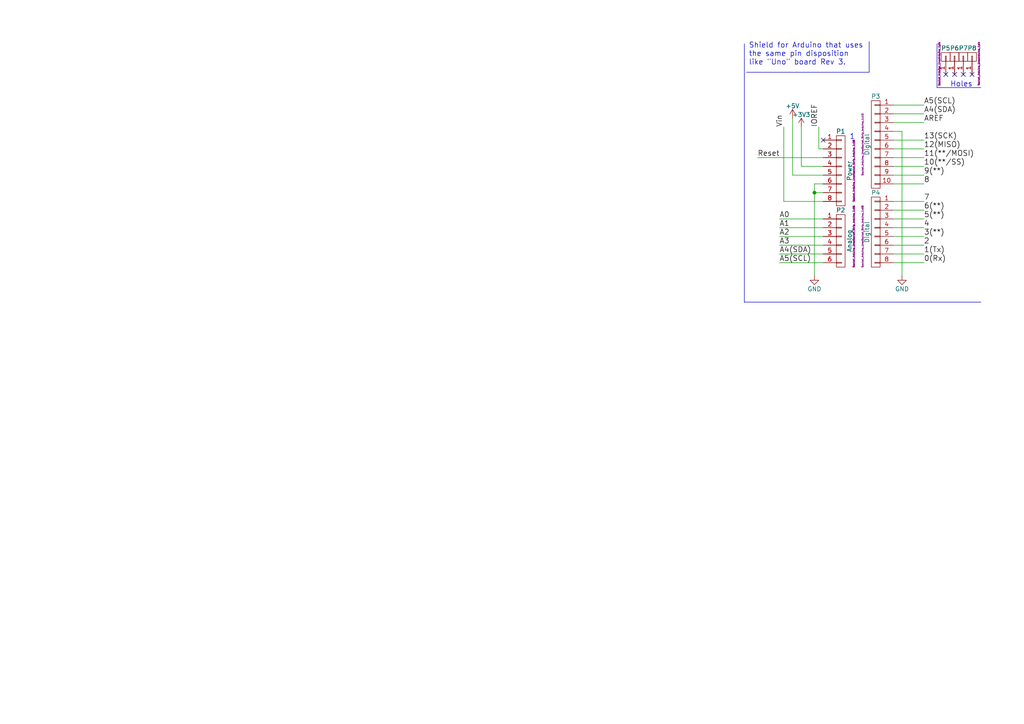
<source format=kicad_sch>
(kicad_sch (version 20230121) (generator eeschema)
  (paper "A4")
  (title_block (date "lun. 30 mars 2015"))
  (lib_symbols
    (symbol "Arduino_As_Uno-rescue:+3.3V" (power) (pin_names (offset 0))
      (property "Value" "+3.3V" (at 0 3.556 0))
      (symbol "+3.3V_0_1"
        (polyline (pts (xy -0.762 1.27) (xy 0 2.54)))
        (polyline (pts (xy 0 0) (xy 0 2.54)))
        (polyline (pts (xy 0 2.54) (xy 0.762 1.27)))
      )
      (symbol "+3.3V_1_1"
        (pin power_in line (at 0 0 90) (length 0) hide (name "+3V3") (number "1"))
      )
    )
    (symbol "Arduino_As_Uno-rescue:+5V" (power) (pin_names (offset 0))
      (property "Value" "+5V" (at 0 3.556 0))
      (symbol "+5V_0_1"
        (polyline (pts (xy -0.762 1.27) (xy 0 2.54)))
        (polyline (pts (xy 0 0) (xy 0 2.54)))
        (polyline (pts (xy 0 2.54) (xy 0.762 1.27)))
      )
      (symbol "+5V_1_1"
        (pin power_in line (at 0 0 90) (length 0) hide (name "+5V") (number "1"))
      )
    )
    (symbol "Arduino_As_Uno-rescue:CONN_01X01" (pin_names (offset 1.016) hide)
      (property "Reference" "P" (at 0 2.54 0))
      (property "Value" "CONN_01X01" (at 2.54 0 90))
      (symbol "CONN_01X01_0_1"
        (rectangle (start -1.27 0.127) (end 0.254 -0.127))
        (rectangle (start -1.27 1.27) (end 1.27 -1.27))
      )
      (symbol "CONN_01X01_1_1"
        (pin passive line (at -5.08 0 0) (length 3.81) (name "P1") (number "1"))
      )
    )
    (symbol "Arduino_As_Uno-rescue:CONN_01X06" (pin_names (offset 1.016) hide)
      (property "Reference" "P" (at 0 8.89 0))
      (property "Value" "CONN_01X06" (at 2.54 0 90))
      (symbol "CONN_01X06_0_1"
        (rectangle (start -1.27 -6.223) (end 0.254 -6.477))
        (rectangle (start -1.27 -3.683) (end 0.254 -3.937))
        (rectangle (start -1.27 -1.143) (end 0.254 -1.397))
        (rectangle (start -1.27 1.397) (end 0.254 1.143))
        (rectangle (start -1.27 3.937) (end 0.254 3.683))
        (rectangle (start -1.27 6.477) (end 0.254 6.223))
        (rectangle (start -1.27 7.62) (end 1.27 -7.62))
      )
      (symbol "CONN_01X06_1_1"
        (pin passive line (at -5.08 6.35 0) (length 3.81) (name "P1") (number "1"))
        (pin passive line (at -5.08 3.81 0) (length 3.81) (name "P2") (number "2"))
        (pin passive line (at -5.08 1.27 0) (length 3.81) (name "P3") (number "3"))
        (pin passive line (at -5.08 -1.27 0) (length 3.81) (name "P4") (number "4"))
        (pin passive line (at -5.08 -3.81 0) (length 3.81) (name "P5") (number "5"))
        (pin passive line (at -5.08 -6.35 0) (length 3.81) (name "P6") (number "6"))
      )
    )
    (symbol "Arduino_As_Uno-rescue:CONN_01X08" (pin_names (offset 1.016) hide)
      (property "Reference" "P" (at 0 11.43 0))
      (property "Value" "CONN_01X08" (at 2.54 0 90))
      (symbol "CONN_01X08_0_1"
        (rectangle (start -1.27 -10.16) (end 1.27 10.16))
        (rectangle (start -1.27 -8.763) (end 0.254 -9.017))
        (rectangle (start -1.27 -6.223) (end 0.254 -6.477))
        (rectangle (start -1.27 -3.683) (end 0.254 -3.937))
        (rectangle (start -1.27 -1.143) (end 0.254 -1.397))
        (rectangle (start -1.27 1.397) (end 0.254 1.143))
        (rectangle (start -1.27 3.937) (end 0.254 3.683))
        (rectangle (start -1.27 6.477) (end 0.254 6.223))
        (rectangle (start -1.27 9.017) (end 0.254 8.763))
      )
      (symbol "CONN_01X08_1_1"
        (pin passive line (at -5.08 8.89 0) (length 3.81) (name "P1") (number "1"))
        (pin passive line (at -5.08 6.35 0) (length 3.81) (name "P2") (number "2"))
        (pin passive line (at -5.08 3.81 0) (length 3.81) (name "P3") (number "3"))
        (pin passive line (at -5.08 1.27 0) (length 3.81) (name "P4") (number "4"))
        (pin passive line (at -5.08 -1.27 0) (length 3.81) (name "P5") (number "5"))
        (pin passive line (at -5.08 -3.81 0) (length 3.81) (name "P6") (number "6"))
        (pin passive line (at -5.08 -6.35 0) (length 3.81) (name "P7") (number "7"))
        (pin passive line (at -5.08 -8.89 0) (length 3.81) (name "P8") (number "8"))
      )
    )
    (symbol "Arduino_As_Uno-rescue:CONN_01X10" (pin_names (offset 1.016) hide)
      (property "Reference" "P" (at 0 13.97 0))
      (property "Value" "CONN_01X10" (at 2.54 0 90))
      (symbol "CONN_01X10_0_1"
        (rectangle (start -1.27 -11.303) (end 0.254 -11.557))
        (rectangle (start -1.27 -8.763) (end 0.254 -9.017))
        (rectangle (start -1.27 -6.223) (end 0.254 -6.477))
        (rectangle (start -1.27 -3.683) (end 0.254 -3.937))
        (rectangle (start -1.27 -1.143) (end 0.254 -1.397))
        (rectangle (start -1.27 1.397) (end 0.254 1.143))
        (rectangle (start -1.27 3.937) (end 0.254 3.683))
        (rectangle (start -1.27 6.477) (end 0.254 6.223))
        (rectangle (start -1.27 9.017) (end 0.254 8.763))
        (rectangle (start -1.27 11.557) (end 0.254 11.303))
        (rectangle (start -1.27 12.7) (end 1.27 -12.7))
      )
      (symbol "CONN_01X10_1_1"
        (pin passive line (at -5.08 11.43 0) (length 3.81) (name "P1") (number "1"))
        (pin passive line (at -5.08 -11.43 0) (length 3.81) (name "P10") (number "10"))
        (pin passive line (at -5.08 8.89 0) (length 3.81) (name "P2") (number "2"))
        (pin passive line (at -5.08 6.35 0) (length 3.81) (name "P3") (number "3"))
        (pin passive line (at -5.08 3.81 0) (length 3.81) (name "P4") (number "4"))
        (pin passive line (at -5.08 1.27 0) (length 3.81) (name "P5") (number "5"))
        (pin passive line (at -5.08 -1.27 0) (length 3.81) (name "P6") (number "6"))
        (pin passive line (at -5.08 -3.81 0) (length 3.81) (name "P7") (number "7"))
        (pin passive line (at -5.08 -6.35 0) (length 3.81) (name "P8") (number "8"))
        (pin passive line (at -5.08 -8.89 0) (length 3.81) (name "P9") (number "9"))
      )
    )
    (symbol "Arduino_As_Uno-rescue:GND" (power) (pin_names (offset 0))
      (property "Value" "GND" (at 0 -3.81 0))
      (symbol "GND_0_1"
        (polyline (pts (xy 0 0) (xy 0 -1.27) (xy 1.27 -1.27) (xy 0 -2.54) (xy -1.27 -1.27) (xy 0 -1.27)))
      )
      (symbol "GND_1_1"
        (pin power_in line (at 0 0 270) (length 0) hide (name "GND") (number "1"))
      )
    )
  )
  (junction (at 236.22 55.88))
  (no_connect (at 276.86 21.59))
  (no_connect (at 279.4 21.59))
  (no_connect (at 281.94 21.59))
  (no_connect (at 238.76 40.64))
  (no_connect (at 274.32 21.59))
  (wire (pts (xy 259.08 58.42) (xy 267.97 58.42)))
  (wire (pts (xy 259.08 38.1) (xy 261.62 38.1)))
  (wire (pts (xy 227.33 58.42) (xy 227.33 36.83)))
  (wire (pts (xy 259.08 60.96) (xy 267.97 60.96)))
  (wire (pts (xy 238.76 58.42) (xy 227.33 58.42)))
  (wire (pts (xy 238.76 71.12) (xy 226.06 71.12)))
  (wire (pts (xy 259.08 35.56) (xy 267.97 35.56)))
  (wire (pts (xy 259.08 76.2) (xy 267.97 76.2)))
  (polyline (pts (xy 215.9 12.7) (xy 215.9 87.63)))
  (wire (pts (xy 259.08 71.12) (xy 267.97 71.12)))
  (wire (pts (xy 259.08 43.18) (xy 267.97 43.18)))
  (wire (pts (xy 259.08 30.48) (xy 267.97 30.48)))
  (polyline (pts (xy 284.48 25.4) (xy 271.78 25.4)))
  (wire (pts (xy 259.08 73.66) (xy 267.97 73.66)))
  (wire (pts (xy 237.49 36.83) (xy 237.49 43.18)))
  (wire (pts (xy 236.22 55.88) (xy 236.22 80.01)))
  (wire (pts (xy 238.76 63.5) (xy 226.06 63.5)))
  (wire (pts (xy 229.87 50.8) (xy 229.87 34.29)))
  (wire (pts (xy 259.08 68.58) (xy 267.97 68.58)))
  (wire (pts (xy 237.49 43.18) (xy 238.76 43.18)))
  (wire (pts (xy 259.08 50.8) (xy 267.97 50.8)))
  (wire (pts (xy 259.08 66.04) (xy 267.97 66.04)))
  (wire (pts (xy 238.76 66.04) (xy 226.06 66.04)))
  (wire (pts (xy 259.08 63.5) (xy 267.97 63.5)))
  (wire (pts (xy 259.08 40.64) (xy 267.97 40.64)))
  (wire (pts (xy 238.76 76.2) (xy 226.06 76.2)))
  (polyline (pts (xy 215.9 87.63) (xy 284.48 87.63)))
  (wire (pts (xy 238.76 50.8) (xy 229.87 50.8)))
  (wire (pts (xy 236.22 53.34) (xy 236.22 55.88)))
  (wire (pts (xy 259.08 33.02) (xy 267.97 33.02)))
  (polyline (pts (xy 271.78 25.4) (xy 271.78 12.7)))
  (wire (pts (xy 232.41 48.26) (xy 232.41 36.83)))
  (wire (pts (xy 259.08 53.34) (xy 267.97 53.34)))
  (wire (pts (xy 259.08 45.72) (xy 267.97 45.72)))
  (wire (pts (xy 238.76 55.88) (xy 236.22 55.88)))
  (wire (pts (xy 238.76 48.26) (xy 232.41 48.26)))
  (wire (pts (xy 259.08 48.26) (xy 267.97 48.26)))
  (wire (pts (xy 238.76 45.72) (xy 219.71 45.72)))
  (polyline (pts (xy 216.535 20.955) (xy 252.095 20.955)))
  (polyline (pts (xy 252.095 20.955) (xy 252.095 12.065)))
  (wire (pts (xy 238.76 53.34) (xy 236.22 53.34)))
  (wire (pts (xy 261.62 38.1) (xy 261.62 80.01)))
  (wire (pts (xy 238.76 73.66) (xy 226.06 73.66)))
  (wire (pts (xy 238.76 68.58) (xy 226.06 68.58)))
  (text "Holes" (at 275.59 25.4 0) (effects (font (size 1.524 1.524)) (justify left bottom)))
  (text "Shield for Arduino that uses\nthe same pin disposition\nlike \"Uno\" board Rev 3." (at 217.17 19.05 0) (effects (font (size 1.524 1.524)) (justify left bottom)))
  (text "1" (at 246.38 40.64 0) (effects (font (size 1.524 1.524)) (justify left bottom)))
  (label "9(**)" (at 267.97 50.8 0) (effects (font (size 1.524 1.524))))
  (label "11(**/MOSI)" (at 267.97 45.72 0) (effects (font (size 1.524 1.524))))
  (label "A5(SCL)" (at 226.06 76.2 0) (effects (font (size 1.524 1.524))))
  (label "3(**)" (at 267.97 68.58 0) (effects (font (size 1.524 1.524))))
  (label "7" (at 267.97 58.42 0) (effects (font (size 1.524 1.524))))
  (label "A4(SDA)" (at 226.06 73.66 0) (effects (font (size 1.524 1.524))))
  (label "8" (at 267.97 53.34 0) (effects (font (size 1.524 1.524))))
  (label "A4(SDA)" (at 267.97 33.02 0) (effects (font (size 1.524 1.524))))
  (label "10(**/SS)" (at 267.97 48.26 0) (effects (font (size 1.524 1.524))))
  (label "A2" (at 226.06 68.58 0) (effects (font (size 1.524 1.524))))
  (label "0(Rx)" (at 267.97 76.2 0) (effects (font (size 1.524 1.524))))
  (label "12(MISO)" (at 267.97 43.18 0) (effects (font (size 1.524 1.524))))
  (label "4" (at 267.97 66.04 0) (effects (font (size 1.524 1.524))))
  (label "A5(SCL)" (at 267.97 30.48 0) (effects (font (size 1.524 1.524))))
  (label "AREF" (at 267.97 35.56 0) (effects (font (size 1.524 1.524))))
  (label "Reset" (at 219.71 45.72 0) (effects (font (size 1.524 1.524))))
  (label "5(**)" (at 267.97 63.5 0) (effects (font (size 1.524 1.524))))
  (label "A0" (at 226.06 63.5 0) (effects (font (size 1.524 1.524))))
  (label "6(**)" (at 267.97 60.96 0) (effects (font (size 1.524 1.524))))
  (label "A3" (at 226.06 71.12 0) (effects (font (size 1.524 1.524))))
  (label "13(SCK)" (at 267.97 40.64 0) (effects (font (size 1.524 1.524))))
  (label "A1" (at 226.06 66.04 0) (effects (font (size 1.524 1.524))))
  (label "IOREF" (at 237.49 36.83 90) (effects (font (size 1.524 1.524))))
  (label "2" (at 267.97 71.12 0) (effects (font (size 1.524 1.524))))
  (label "1(Tx)" (at 267.97 73.66 0) (effects (font (size 1.524 1.524))))
  (label "Vin" (at 227.33 36.83 90) (effects (font (size 1.524 1.524))))
  (symbol (lib_id "Arduino_As_Uno-rescue:CONN_01X08") (at 243.84 49.53 0) (unit 1)
    (property "Reference" "P1" (at 243.84 38.1 0))
    (property "Value" "Power" (at 246.38 49.53 90))
    (property "Footprint" "Socket_Arduino_Uno:Socket_Strip_Arduino_1x08" (at 247.65 49.53 90) (effects (font (size 0.508 0.508))))
  )
  (symbol (lib_id "Arduino_As_Uno-rescue:+3.3V") (at 232.41 36.83 0) (unit 1)
    (property "Reference" "#PWR01" (effects hide))
    (property "Value" "+3.3V" (at 232.41 33.274 0))
  )
  (symbol (lib_id "Arduino_As_Uno-rescue:+5V") (at 229.87 34.29 0) (unit 1)
    (property "Reference" "#PWR02" (effects hide))
    (property "Value" "+5V" (at 229.87 30.734 0))
  )
  (symbol (lib_id "Arduino_As_Uno-rescue:GND") (at 236.22 80.01 0) (unit 1)
    (property "Reference" "#PWR03" (effects hide))
    (property "Value" "GND" (at 236.22 83.82 0))
  )
  (symbol (lib_id "Arduino_As_Uno-rescue:GND") (at 261.62 80.01 0) (unit 1)
    (property "Reference" "#PWR04" (effects hide))
    (property "Value" "GND" (at 261.62 83.82 0))
  )
  (symbol (lib_id "Arduino_As_Uno-rescue:CONN_01X06") (at 243.84 69.85 0) (unit 1)
    (property "Reference" "P2" (at 243.84 60.96 0))
    (property "Value" "Analog" (at 246.38 69.85 90))
    (property "Footprint" "Socket_Arduino_Uno:Socket_Strip_Arduino_1x06" (at 247.65 68.58 90) (effects (font (size 0.508 0.508))))
  )
  (symbol (lib_id "Arduino_As_Uno-rescue:CONN_01X01") (at 274.32 16.51 90) (unit 1)
    (property "Reference" "P5" (at 274.32 13.97 90))
    (property "Value" "CONN_01X01" (effects hide))
    (property "Footprint" "Socket_Arduino_Uno:Arduino_1pin" (at 272.4404 18.5166 0) (effects (font (size 0.508 0.508))))
  )
  (symbol (lib_id "Arduino_As_Uno-rescue:CONN_01X01") (at 276.86 16.51 90) (unit 1)
    (property "Reference" "P6" (at 276.86 13.97 90))
    (property "Value" "CONN_01X01" (effects hide))
    (property "Footprint" "Socket_Arduino_Uno:Arduino_1pin" (effects hide))
  )
  (symbol (lib_id "Arduino_As_Uno-rescue:CONN_01X01") (at 279.4 16.51 90) (unit 1)
    (property "Reference" "P7" (at 279.4 13.97 90))
    (property "Value" "CONN_01X01" (effects hide))
    (property "Footprint" "Socket_Arduino_Uno:Arduino_1pin" (effects hide))
  )
  (symbol (lib_id "Arduino_As_Uno-rescue:CONN_01X01") (at 281.94 16.51 90) (unit 1)
    (property "Reference" "P8" (at 281.94 13.97 90))
    (property "Value" "CONN_01X01" (effects hide))
    (property "Footprint" "Socket_Arduino_Uno:Arduino_1pin" (at 283.9212 18.4404 0) (effects (font (size 0.508 0.508))))
  )
  (symbol (lib_id "Arduino_As_Uno-rescue:CONN_01X08") (at 254 67.31 0) (mirror y) (unit 1)
    (property "Reference" "P4" (at 254 55.88 0))
    (property "Value" "Digital" (at 251.46 67.31 90))
    (property "Footprint" "Socket_Arduino_Uno:Socket_Strip_Arduino_1x08" (at 250.19 68.58 90) (effects (font (size 0.508 0.508))))
  )
  (symbol (lib_id "Arduino_As_Uno-rescue:CONN_01X10") (at 254 41.91 0) (mirror y) (unit 1)
    (property "Reference" "P3" (at 254 27.94 0))
    (property "Value" "Digital" (at 251.46 41.91 90))
    (property "Footprint" "Socket_Arduino_Uno:Socket_Strip_Arduino_1x10" (at 250.19 41.91 90) (effects (font (size 0.508 0.508))))
  )
)
</source>
